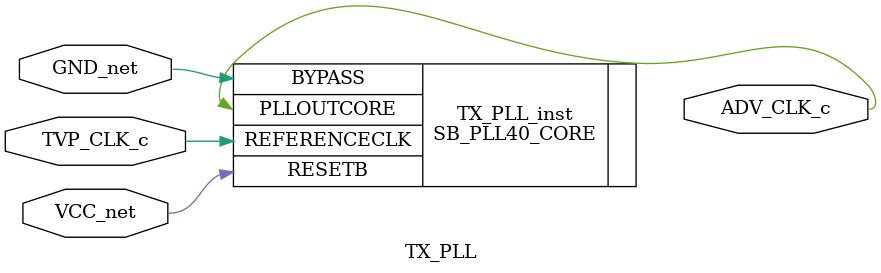
<source format=v>

module main (DEBUG, TVP_CLK, TVP_HSYNC, TVP_VSYNC, LED, ADV_HSYNC, 
            ADV_VSYNC, ADV_R, ADV_G, ADV_B, ADV_CLK, ADV_SYNC_N, 
            ADV_BLANK_N) /* synthesis syn_module_defined=1 */ ;   // ../main.v(1[8:12])
    input [7:0]DEBUG;   // ../main.v(2[19:24])
    input TVP_CLK;   // ../main.v(3[13:20])
    input TVP_HSYNC;   // ../main.v(4[13:22])
    input TVP_VSYNC;   // ../main.v(5[13:22])
    output LED;   // ../main.v(6[14:17])
    output ADV_HSYNC;   // ../main.v(7[14:23])
    output ADV_VSYNC;   // ../main.v(8[14:23])
    output [7:0]ADV_R;   // ../main.v(9[20:25])
    output [7:0]ADV_G;   // ../main.v(10[20:25])
    output [7:0]ADV_B;   // ../main.v(11[20:25])
    output ADV_CLK;   // ../main.v(12[14:21])
    output ADV_SYNC_N;   // ../main.v(13[14:24])
    output ADV_BLANK_N;   // ../main.v(14[14:25])
    
    wire ADV_CLK_c /* synthesis SET_AS_NETWORK=ADV_CLK_c, is_clock=1 */ ;   // ../main.v(2[19:24])
    wire TVP_CLK_c /* synthesis SET_AS_NETWORK=TVP_CLK_c, is_clock=1 */ ;   // ../main.v(3[13:20])
    
    wire GND_net, VCC_net, DEBUG_c_7, TVP_VSYNC_c, LED_c, ADV_VSYNC_c, 
        ADV_R_c_7, ADV_R_c_6, ADV_R_c_5, ADV_R_c_4, ADV_R_c_3, ADV_R_c_2, 
        ADV_R_c_1, ADV_R_c_0, ADV_G_c_7, ADV_G_c_6, ADV_G_c_5, ADV_G_c_4, 
        ADV_G_c_3, ADV_G_c_2, ADV_G_c_1, ADV_G_c_0, ADV_B_c_7, ADV_B_c_6, 
        ADV_B_c_5, ADV_B_c_4, ADV_B_c_3, ADV_B_c_2, ADV_B_c_1, ADV_B_c_0, 
        VGA_HS_N_270;
    
    VCC i2 (.Y(VCC_net));
    RX receive_module (.GND_net(GND_net), .VCC_net(VCC_net), .TVP_CLK_c(TVP_CLK_c), 
       .TVP_VSYNC_c(TVP_VSYNC_c), .DEBUG_c_7(DEBUG_c_7), .LED_c(LED_c)) /* synthesis syn_module_defined=1 */ ;   // ../main.v(31[5] 41[25])
    TX transmit_module (.ADV_CLK_c(ADV_CLK_c), .ADV_B_c_7(ADV_B_c_7), .GND_net(GND_net), 
       .ADV_B_c_6(ADV_B_c_6), .ADV_B_c_5(ADV_B_c_5), .ADV_B_c_4(ADV_B_c_4), 
       .VGA_HS_N_270(VGA_HS_N_270), .ADV_B_c_3(ADV_B_c_3), .ADV_B_c_2(ADV_B_c_2), 
       .VCC_net(VCC_net), .ADV_B_c_1(ADV_B_c_1), .ADV_B_c_0(ADV_B_c_0), 
       .ADV_G_c_2(ADV_G_c_2), .ADV_VSYNC_c(ADV_VSYNC_c), .ADV_R_c_7(ADV_R_c_7), 
       .ADV_R_c_6(ADV_R_c_6), .ADV_R_c_5(ADV_R_c_5), .ADV_G_c_1(ADV_G_c_1), 
       .ADV_R_c_4(ADV_R_c_4), .ADV_R_c_3(ADV_R_c_3), .ADV_R_c_2(ADV_R_c_2), 
       .ADV_R_c_1(ADV_R_c_1), .ADV_R_c_0(ADV_R_c_0), .ADV_G_c_7(ADV_G_c_7), 
       .ADV_G_c_6(ADV_G_c_6), .ADV_G_c_5(ADV_G_c_5), .ADV_G_c_4(ADV_G_c_4), 
       .ADV_G_c_3(ADV_G_c_3), .ADV_G_c_0(ADV_G_c_0)) /* synthesis syn_module_defined=1 */ ;   // ../main.v(45[5] 56[24])
    SB_IO TVP_VSYNC_pad (.PACKAGE_PIN(TVP_VSYNC), .OUTPUT_ENABLE(VCC_net), 
          .D_IN_0(TVP_VSYNC_c));   // C:/lscc/iCEcube2.2017.08/LSE/userware/NT/SYNTHESIS_HEADERS/sb_ice40.v(502[8:13])
    defparam TVP_VSYNC_pad.PIN_TYPE = 6'b000001;
    defparam TVP_VSYNC_pad.PULLUP = 1'b0;
    defparam TVP_VSYNC_pad.NEG_TRIGGER = 1'b0;
    defparam TVP_VSYNC_pad.IO_STANDARD = "SB_LVCMOS";
    SB_GB_IO TVP_CLK_pad (.PACKAGE_PIN(TVP_CLK), .OUTPUT_ENABLE(VCC_net), 
            .GLOBAL_BUFFER_OUTPUT(TVP_CLK_c));   // ../main.v(3[13:20])
    defparam TVP_CLK_pad.PIN_TYPE = 6'b000001;
    defparam TVP_CLK_pad.PULLUP = 1'b0;
    defparam TVP_CLK_pad.NEG_TRIGGER = 1'b0;
    defparam TVP_CLK_pad.IO_STANDARD = "SB_LVCMOS";
    SB_IO DEBUG_pad_7 (.PACKAGE_PIN(DEBUG[7]), .OUTPUT_ENABLE(VCC_net), 
          .D_IN_0(DEBUG_c_7));   // C:/lscc/iCEcube2.2017.08/LSE/userware/NT/SYNTHESIS_HEADERS/sb_ice40.v(502[8:13])
    defparam DEBUG_pad_7.PIN_TYPE = 6'b000001;
    defparam DEBUG_pad_7.PULLUP = 1'b0;
    defparam DEBUG_pad_7.NEG_TRIGGER = 1'b0;
    defparam DEBUG_pad_7.IO_STANDARD = "SB_LVCMOS";
    SB_IO ADV_BLANK_N_pad (.PACKAGE_PIN(ADV_BLANK_N), .OUTPUT_ENABLE(VCC_net), 
          .D_OUT_0(VCC_net));   // C:/lscc/iCEcube2.2017.08/LSE/userware/NT/SYNTHESIS_HEADERS/sb_ice40.v(502[8:13])
    defparam ADV_BLANK_N_pad.PIN_TYPE = 6'b011001;
    defparam ADV_BLANK_N_pad.PULLUP = 1'b0;
    defparam ADV_BLANK_N_pad.NEG_TRIGGER = 1'b0;
    defparam ADV_BLANK_N_pad.IO_STANDARD = "SB_LVCMOS";
    SB_IO ADV_SYNC_N_pad (.PACKAGE_PIN(ADV_SYNC_N), .OUTPUT_ENABLE(VCC_net), 
          .D_OUT_0(GND_net));   // C:/lscc/iCEcube2.2017.08/LSE/userware/NT/SYNTHESIS_HEADERS/sb_ice40.v(502[8:13])
    defparam ADV_SYNC_N_pad.PIN_TYPE = 6'b011001;
    defparam ADV_SYNC_N_pad.PULLUP = 1'b0;
    defparam ADV_SYNC_N_pad.NEG_TRIGGER = 1'b0;
    defparam ADV_SYNC_N_pad.IO_STANDARD = "SB_LVCMOS";
    SB_IO ADV_CLK_pad (.PACKAGE_PIN(ADV_CLK), .OUTPUT_ENABLE(VCC_net), .D_OUT_0(ADV_CLK_c));   // C:/lscc/iCEcube2.2017.08/LSE/userware/NT/SYNTHESIS_HEADERS/sb_ice40.v(502[8:13])
    defparam ADV_CLK_pad.PIN_TYPE = 6'b011001;
    defparam ADV_CLK_pad.PULLUP = 1'b0;
    defparam ADV_CLK_pad.NEG_TRIGGER = 1'b0;
    defparam ADV_CLK_pad.IO_STANDARD = "SB_LVCMOS";
    SB_IO ADV_B_pad_0 (.PACKAGE_PIN(ADV_B[0]), .OUTPUT_ENABLE(VCC_net), 
          .D_OUT_0(ADV_B_c_0));   // C:/lscc/iCEcube2.2017.08/LSE/userware/NT/SYNTHESIS_HEADERS/sb_ice40.v(502[8:13])
    defparam ADV_B_pad_0.PIN_TYPE = 6'b011001;
    defparam ADV_B_pad_0.PULLUP = 1'b0;
    defparam ADV_B_pad_0.NEG_TRIGGER = 1'b0;
    defparam ADV_B_pad_0.IO_STANDARD = "SB_LVCMOS";
    SB_IO ADV_B_pad_1 (.PACKAGE_PIN(ADV_B[1]), .OUTPUT_ENABLE(VCC_net), 
          .D_OUT_0(ADV_B_c_1));   // C:/lscc/iCEcube2.2017.08/LSE/userware/NT/SYNTHESIS_HEADERS/sb_ice40.v(502[8:13])
    defparam ADV_B_pad_1.PIN_TYPE = 6'b011001;
    defparam ADV_B_pad_1.PULLUP = 1'b0;
    defparam ADV_B_pad_1.NEG_TRIGGER = 1'b0;
    defparam ADV_B_pad_1.IO_STANDARD = "SB_LVCMOS";
    SB_IO DEBUG_pad_5 (.PACKAGE_PIN(DEBUG[5]), .OUTPUT_ENABLE(GND_net), 
          .D_OUT_0(GND_net));   // C:/lscc/iCEcube2.2017.08/LSE/userware/NT/SYNTHESIS_HEADERS/sb_ice40.v(502[8:13])
    defparam DEBUG_pad_5.PIN_TYPE = 6'b101001;
    defparam DEBUG_pad_5.PULLUP = 1'b0;
    defparam DEBUG_pad_5.NEG_TRIGGER = 1'b0;
    defparam DEBUG_pad_5.IO_STANDARD = "SB_LVCMOS";
    SB_IO DEBUG_pad_6 (.PACKAGE_PIN(DEBUG[6]), .OUTPUT_ENABLE(VCC_net), 
          .D_OUT_0(ADV_CLK_c));   // C:/lscc/iCEcube2.2017.08/LSE/userware/NT/SYNTHESIS_HEADERS/sb_ice40.v(502[8:13])
    defparam DEBUG_pad_6.PIN_TYPE = 6'b011001;
    defparam DEBUG_pad_6.PULLUP = 1'b0;
    defparam DEBUG_pad_6.NEG_TRIGGER = 1'b0;
    defparam DEBUG_pad_6.IO_STANDARD = "SB_LVCMOS";
    SB_IO DEBUG_pad_4 (.PACKAGE_PIN(DEBUG[4]), .OUTPUT_ENABLE(GND_net), 
          .D_OUT_0(GND_net));   // C:/lscc/iCEcube2.2017.08/LSE/userware/NT/SYNTHESIS_HEADERS/sb_ice40.v(502[8:13])
    defparam DEBUG_pad_4.PIN_TYPE = 6'b101001;
    defparam DEBUG_pad_4.PULLUP = 1'b0;
    defparam DEBUG_pad_4.NEG_TRIGGER = 1'b0;
    defparam DEBUG_pad_4.IO_STANDARD = "SB_LVCMOS";
    SB_IO ADV_B_pad_2 (.PACKAGE_PIN(ADV_B[2]), .OUTPUT_ENABLE(VCC_net), 
          .D_OUT_0(ADV_B_c_2));   // C:/lscc/iCEcube2.2017.08/LSE/userware/NT/SYNTHESIS_HEADERS/sb_ice40.v(502[8:13])
    defparam ADV_B_pad_2.PIN_TYPE = 6'b011001;
    defparam ADV_B_pad_2.PULLUP = 1'b0;
    defparam ADV_B_pad_2.NEG_TRIGGER = 1'b0;
    defparam ADV_B_pad_2.IO_STANDARD = "SB_LVCMOS";
    SB_IO ADV_B_pad_3 (.PACKAGE_PIN(ADV_B[3]), .OUTPUT_ENABLE(VCC_net), 
          .D_OUT_0(ADV_B_c_3));   // C:/lscc/iCEcube2.2017.08/LSE/userware/NT/SYNTHESIS_HEADERS/sb_ice40.v(502[8:13])
    defparam ADV_B_pad_3.PIN_TYPE = 6'b011001;
    defparam ADV_B_pad_3.PULLUP = 1'b0;
    defparam ADV_B_pad_3.NEG_TRIGGER = 1'b0;
    defparam ADV_B_pad_3.IO_STANDARD = "SB_LVCMOS";
    SB_IO ADV_B_pad_4 (.PACKAGE_PIN(ADV_B[4]), .OUTPUT_ENABLE(VCC_net), 
          .D_OUT_0(ADV_B_c_4));   // C:/lscc/iCEcube2.2017.08/LSE/userware/NT/SYNTHESIS_HEADERS/sb_ice40.v(502[8:13])
    defparam ADV_B_pad_4.PIN_TYPE = 6'b011001;
    defparam ADV_B_pad_4.PULLUP = 1'b0;
    defparam ADV_B_pad_4.NEG_TRIGGER = 1'b0;
    defparam ADV_B_pad_4.IO_STANDARD = "SB_LVCMOS";
    SB_IO ADV_B_pad_5 (.PACKAGE_PIN(ADV_B[5]), .OUTPUT_ENABLE(VCC_net), 
          .D_OUT_0(ADV_B_c_5));   // C:/lscc/iCEcube2.2017.08/LSE/userware/NT/SYNTHESIS_HEADERS/sb_ice40.v(502[8:13])
    defparam ADV_B_pad_5.PIN_TYPE = 6'b011001;
    defparam ADV_B_pad_5.PULLUP = 1'b0;
    defparam ADV_B_pad_5.NEG_TRIGGER = 1'b0;
    defparam ADV_B_pad_5.IO_STANDARD = "SB_LVCMOS";
    SB_IO ADV_B_pad_6 (.PACKAGE_PIN(ADV_B[6]), .OUTPUT_ENABLE(VCC_net), 
          .D_OUT_0(ADV_B_c_6));   // C:/lscc/iCEcube2.2017.08/LSE/userware/NT/SYNTHESIS_HEADERS/sb_ice40.v(502[8:13])
    defparam ADV_B_pad_6.PIN_TYPE = 6'b011001;
    defparam ADV_B_pad_6.PULLUP = 1'b0;
    defparam ADV_B_pad_6.NEG_TRIGGER = 1'b0;
    defparam ADV_B_pad_6.IO_STANDARD = "SB_LVCMOS";
    SB_IO ADV_B_pad_7 (.PACKAGE_PIN(ADV_B[7]), .OUTPUT_ENABLE(VCC_net), 
          .D_OUT_0(ADV_B_c_7));   // C:/lscc/iCEcube2.2017.08/LSE/userware/NT/SYNTHESIS_HEADERS/sb_ice40.v(502[8:13])
    defparam ADV_B_pad_7.PIN_TYPE = 6'b011001;
    defparam ADV_B_pad_7.PULLUP = 1'b0;
    defparam ADV_B_pad_7.NEG_TRIGGER = 1'b0;
    defparam ADV_B_pad_7.IO_STANDARD = "SB_LVCMOS";
    SB_IO ADV_G_pad_0 (.PACKAGE_PIN(ADV_G[0]), .OUTPUT_ENABLE(VCC_net), 
          .D_OUT_0(ADV_G_c_0));   // C:/lscc/iCEcube2.2017.08/LSE/userware/NT/SYNTHESIS_HEADERS/sb_ice40.v(502[8:13])
    defparam ADV_G_pad_0.PIN_TYPE = 6'b011001;
    defparam ADV_G_pad_0.PULLUP = 1'b0;
    defparam ADV_G_pad_0.NEG_TRIGGER = 1'b0;
    defparam ADV_G_pad_0.IO_STANDARD = "SB_LVCMOS";
    SB_IO ADV_G_pad_1 (.PACKAGE_PIN(ADV_G[1]), .OUTPUT_ENABLE(VCC_net), 
          .D_OUT_0(ADV_G_c_1));   // C:/lscc/iCEcube2.2017.08/LSE/userware/NT/SYNTHESIS_HEADERS/sb_ice40.v(502[8:13])
    defparam ADV_G_pad_1.PIN_TYPE = 6'b011001;
    defparam ADV_G_pad_1.PULLUP = 1'b0;
    defparam ADV_G_pad_1.NEG_TRIGGER = 1'b0;
    defparam ADV_G_pad_1.IO_STANDARD = "SB_LVCMOS";
    SB_IO ADV_G_pad_2 (.PACKAGE_PIN(ADV_G[2]), .OUTPUT_ENABLE(VCC_net), 
          .D_OUT_0(ADV_G_c_2));   // C:/lscc/iCEcube2.2017.08/LSE/userware/NT/SYNTHESIS_HEADERS/sb_ice40.v(502[8:13])
    defparam ADV_G_pad_2.PIN_TYPE = 6'b011001;
    defparam ADV_G_pad_2.PULLUP = 1'b0;
    defparam ADV_G_pad_2.NEG_TRIGGER = 1'b0;
    defparam ADV_G_pad_2.IO_STANDARD = "SB_LVCMOS";
    SB_IO ADV_G_pad_3 (.PACKAGE_PIN(ADV_G[3]), .OUTPUT_ENABLE(VCC_net), 
          .D_OUT_0(ADV_G_c_3));   // C:/lscc/iCEcube2.2017.08/LSE/userware/NT/SYNTHESIS_HEADERS/sb_ice40.v(502[8:13])
    defparam ADV_G_pad_3.PIN_TYPE = 6'b011001;
    defparam ADV_G_pad_3.PULLUP = 1'b0;
    defparam ADV_G_pad_3.NEG_TRIGGER = 1'b0;
    defparam ADV_G_pad_3.IO_STANDARD = "SB_LVCMOS";
    SB_IO ADV_G_pad_4 (.PACKAGE_PIN(ADV_G[4]), .OUTPUT_ENABLE(VCC_net), 
          .D_OUT_0(ADV_G_c_4));   // C:/lscc/iCEcube2.2017.08/LSE/userware/NT/SYNTHESIS_HEADERS/sb_ice40.v(502[8:13])
    defparam ADV_G_pad_4.PIN_TYPE = 6'b011001;
    defparam ADV_G_pad_4.PULLUP = 1'b0;
    defparam ADV_G_pad_4.NEG_TRIGGER = 1'b0;
    defparam ADV_G_pad_4.IO_STANDARD = "SB_LVCMOS";
    SB_IO ADV_G_pad_5 (.PACKAGE_PIN(ADV_G[5]), .OUTPUT_ENABLE(VCC_net), 
          .D_OUT_0(ADV_G_c_5));   // C:/lscc/iCEcube2.2017.08/LSE/userware/NT/SYNTHESIS_HEADERS/sb_ice40.v(502[8:13])
    defparam ADV_G_pad_5.PIN_TYPE = 6'b011001;
    defparam ADV_G_pad_5.PULLUP = 1'b0;
    defparam ADV_G_pad_5.NEG_TRIGGER = 1'b0;
    defparam ADV_G_pad_5.IO_STANDARD = "SB_LVCMOS";
    SB_IO ADV_G_pad_6 (.PACKAGE_PIN(ADV_G[6]), .OUTPUT_ENABLE(VCC_net), 
          .D_OUT_0(ADV_G_c_6));   // C:/lscc/iCEcube2.2017.08/LSE/userware/NT/SYNTHESIS_HEADERS/sb_ice40.v(502[8:13])
    defparam ADV_G_pad_6.PIN_TYPE = 6'b011001;
    defparam ADV_G_pad_6.PULLUP = 1'b0;
    defparam ADV_G_pad_6.NEG_TRIGGER = 1'b0;
    defparam ADV_G_pad_6.IO_STANDARD = "SB_LVCMOS";
    SB_IO ADV_G_pad_7 (.PACKAGE_PIN(ADV_G[7]), .OUTPUT_ENABLE(VCC_net), 
          .D_OUT_0(ADV_G_c_7));   // C:/lscc/iCEcube2.2017.08/LSE/userware/NT/SYNTHESIS_HEADERS/sb_ice40.v(502[8:13])
    defparam ADV_G_pad_7.PIN_TYPE = 6'b011001;
    defparam ADV_G_pad_7.PULLUP = 1'b0;
    defparam ADV_G_pad_7.NEG_TRIGGER = 1'b0;
    defparam ADV_G_pad_7.IO_STANDARD = "SB_LVCMOS";
    SB_IO ADV_R_pad_0 (.PACKAGE_PIN(ADV_R[0]), .OUTPUT_ENABLE(VCC_net), 
          .D_OUT_0(ADV_R_c_0));   // C:/lscc/iCEcube2.2017.08/LSE/userware/NT/SYNTHESIS_HEADERS/sb_ice40.v(502[8:13])
    defparam ADV_R_pad_0.PIN_TYPE = 6'b011001;
    defparam ADV_R_pad_0.PULLUP = 1'b0;
    defparam ADV_R_pad_0.NEG_TRIGGER = 1'b0;
    defparam ADV_R_pad_0.IO_STANDARD = "SB_LVCMOS";
    SB_IO ADV_R_pad_1 (.PACKAGE_PIN(ADV_R[1]), .OUTPUT_ENABLE(VCC_net), 
          .D_OUT_0(ADV_R_c_1));   // C:/lscc/iCEcube2.2017.08/LSE/userware/NT/SYNTHESIS_HEADERS/sb_ice40.v(502[8:13])
    defparam ADV_R_pad_1.PIN_TYPE = 6'b011001;
    defparam ADV_R_pad_1.PULLUP = 1'b0;
    defparam ADV_R_pad_1.NEG_TRIGGER = 1'b0;
    defparam ADV_R_pad_1.IO_STANDARD = "SB_LVCMOS";
    SB_IO ADV_R_pad_2 (.PACKAGE_PIN(ADV_R[2]), .OUTPUT_ENABLE(VCC_net), 
          .D_OUT_0(ADV_R_c_2));   // C:/lscc/iCEcube2.2017.08/LSE/userware/NT/SYNTHESIS_HEADERS/sb_ice40.v(502[8:13])
    defparam ADV_R_pad_2.PIN_TYPE = 6'b011001;
    defparam ADV_R_pad_2.PULLUP = 1'b0;
    defparam ADV_R_pad_2.NEG_TRIGGER = 1'b0;
    defparam ADV_R_pad_2.IO_STANDARD = "SB_LVCMOS";
    SB_IO ADV_R_pad_3 (.PACKAGE_PIN(ADV_R[3]), .OUTPUT_ENABLE(VCC_net), 
          .D_OUT_0(ADV_R_c_3));   // C:/lscc/iCEcube2.2017.08/LSE/userware/NT/SYNTHESIS_HEADERS/sb_ice40.v(502[8:13])
    defparam ADV_R_pad_3.PIN_TYPE = 6'b011001;
    defparam ADV_R_pad_3.PULLUP = 1'b0;
    defparam ADV_R_pad_3.NEG_TRIGGER = 1'b0;
    defparam ADV_R_pad_3.IO_STANDARD = "SB_LVCMOS";
    SB_IO ADV_R_pad_4 (.PACKAGE_PIN(ADV_R[4]), .OUTPUT_ENABLE(VCC_net), 
          .D_OUT_0(ADV_R_c_4));   // C:/lscc/iCEcube2.2017.08/LSE/userware/NT/SYNTHESIS_HEADERS/sb_ice40.v(502[8:13])
    defparam ADV_R_pad_4.PIN_TYPE = 6'b011001;
    defparam ADV_R_pad_4.PULLUP = 1'b0;
    defparam ADV_R_pad_4.NEG_TRIGGER = 1'b0;
    defparam ADV_R_pad_4.IO_STANDARD = "SB_LVCMOS";
    SB_IO ADV_R_pad_5 (.PACKAGE_PIN(ADV_R[5]), .OUTPUT_ENABLE(VCC_net), 
          .D_OUT_0(ADV_R_c_5));   // C:/lscc/iCEcube2.2017.08/LSE/userware/NT/SYNTHESIS_HEADERS/sb_ice40.v(502[8:13])
    defparam ADV_R_pad_5.PIN_TYPE = 6'b011001;
    defparam ADV_R_pad_5.PULLUP = 1'b0;
    defparam ADV_R_pad_5.NEG_TRIGGER = 1'b0;
    defparam ADV_R_pad_5.IO_STANDARD = "SB_LVCMOS";
    SB_IO ADV_R_pad_6 (.PACKAGE_PIN(ADV_R[6]), .OUTPUT_ENABLE(VCC_net), 
          .D_OUT_0(ADV_R_c_6));   // C:/lscc/iCEcube2.2017.08/LSE/userware/NT/SYNTHESIS_HEADERS/sb_ice40.v(502[8:13])
    defparam ADV_R_pad_6.PIN_TYPE = 6'b011001;
    defparam ADV_R_pad_6.PULLUP = 1'b0;
    defparam ADV_R_pad_6.NEG_TRIGGER = 1'b0;
    defparam ADV_R_pad_6.IO_STANDARD = "SB_LVCMOS";
    SB_IO ADV_R_pad_7 (.PACKAGE_PIN(ADV_R[7]), .OUTPUT_ENABLE(VCC_net), 
          .D_OUT_0(ADV_R_c_7));   // C:/lscc/iCEcube2.2017.08/LSE/userware/NT/SYNTHESIS_HEADERS/sb_ice40.v(502[8:13])
    defparam ADV_R_pad_7.PIN_TYPE = 6'b011001;
    defparam ADV_R_pad_7.PULLUP = 1'b0;
    defparam ADV_R_pad_7.NEG_TRIGGER = 1'b0;
    defparam ADV_R_pad_7.IO_STANDARD = "SB_LVCMOS";
    SB_IO ADV_VSYNC_pad (.PACKAGE_PIN(ADV_VSYNC), .OUTPUT_ENABLE(VCC_net), 
          .D_OUT_0(ADV_VSYNC_c));   // C:/lscc/iCEcube2.2017.08/LSE/userware/NT/SYNTHESIS_HEADERS/sb_ice40.v(502[8:13])
    defparam ADV_VSYNC_pad.PIN_TYPE = 6'b011001;
    defparam ADV_VSYNC_pad.PULLUP = 1'b0;
    defparam ADV_VSYNC_pad.NEG_TRIGGER = 1'b0;
    defparam ADV_VSYNC_pad.IO_STANDARD = "SB_LVCMOS";
    SB_IO ADV_HSYNC_pad (.PACKAGE_PIN(ADV_HSYNC), .OUTPUT_ENABLE(VCC_net), 
          .D_OUT_0(VGA_HS_N_270));   // C:/lscc/iCEcube2.2017.08/LSE/userware/NT/SYNTHESIS_HEADERS/sb_ice40.v(502[8:13])
    defparam ADV_HSYNC_pad.PIN_TYPE = 6'b011001;
    defparam ADV_HSYNC_pad.PULLUP = 1'b0;
    defparam ADV_HSYNC_pad.NEG_TRIGGER = 1'b0;
    defparam ADV_HSYNC_pad.IO_STANDARD = "SB_LVCMOS";
    SB_IO LED_pad (.PACKAGE_PIN(LED), .OUTPUT_ENABLE(VCC_net), .D_OUT_0(LED_c));   // C:/lscc/iCEcube2.2017.08/LSE/userware/NT/SYNTHESIS_HEADERS/sb_ice40.v(502[8:13])
    defparam LED_pad.PIN_TYPE = 6'b011001;
    defparam LED_pad.PULLUP = 1'b0;
    defparam LED_pad.NEG_TRIGGER = 1'b0;
    defparam LED_pad.IO_STANDARD = "SB_LVCMOS";
    SB_IO DEBUG_pad_0 (.PACKAGE_PIN(DEBUG[0]), .OUTPUT_ENABLE(GND_net), 
          .D_OUT_0(GND_net));   // C:/lscc/iCEcube2.2017.08/LSE/userware/NT/SYNTHESIS_HEADERS/sb_ice40.v(502[8:13])
    defparam DEBUG_pad_0.PIN_TYPE = 6'b101001;
    defparam DEBUG_pad_0.PULLUP = 1'b0;
    defparam DEBUG_pad_0.NEG_TRIGGER = 1'b0;
    defparam DEBUG_pad_0.IO_STANDARD = "SB_LVCMOS";
    SB_IO DEBUG_pad_1 (.PACKAGE_PIN(DEBUG[1]), .OUTPUT_ENABLE(GND_net), 
          .D_OUT_0(GND_net));   // C:/lscc/iCEcube2.2017.08/LSE/userware/NT/SYNTHESIS_HEADERS/sb_ice40.v(502[8:13])
    defparam DEBUG_pad_1.PIN_TYPE = 6'b101001;
    defparam DEBUG_pad_1.PULLUP = 1'b0;
    defparam DEBUG_pad_1.NEG_TRIGGER = 1'b0;
    defparam DEBUG_pad_1.IO_STANDARD = "SB_LVCMOS";
    SB_IO DEBUG_pad_2 (.PACKAGE_PIN(DEBUG[2]), .OUTPUT_ENABLE(GND_net), 
          .D_OUT_0(GND_net));   // C:/lscc/iCEcube2.2017.08/LSE/userware/NT/SYNTHESIS_HEADERS/sb_ice40.v(502[8:13])
    defparam DEBUG_pad_2.PIN_TYPE = 6'b101001;
    defparam DEBUG_pad_2.PULLUP = 1'b0;
    defparam DEBUG_pad_2.NEG_TRIGGER = 1'b0;
    defparam DEBUG_pad_2.IO_STANDARD = "SB_LVCMOS";
    SB_IO DEBUG_pad_3 (.PACKAGE_PIN(DEBUG[3]), .OUTPUT_ENABLE(GND_net), 
          .D_OUT_0(GND_net));   // C:/lscc/iCEcube2.2017.08/LSE/userware/NT/SYNTHESIS_HEADERS/sb_ice40.v(502[8:13])
    defparam DEBUG_pad_3.PIN_TYPE = 6'b101001;
    defparam DEBUG_pad_3.PULLUP = 1'b0;
    defparam DEBUG_pad_3.NEG_TRIGGER = 1'b0;
    defparam DEBUG_pad_3.IO_STANDARD = "SB_LVCMOS";
    GND i1 (.Y(GND_net));
    TX_PLL tx_pll (.TVP_CLK_c(TVP_CLK_c), .VCC_net(VCC_net), .GND_net(GND_net), 
           .ADV_CLK_c(ADV_CLK_c)) /* synthesis syn_module_defined=1 */ ;   // ../main.v(19[9] 23[25])
    
endmodule
//
// Verilog Description of module RX
//

module RX (GND_net, VCC_net, TVP_CLK_c, TVP_VSYNC_c, DEBUG_c_7, LED_c) /* synthesis syn_module_defined=1 */ ;
    input GND_net;
    input VCC_net;
    input TVP_CLK_c;
    input TVP_VSYNC_c;
    input DEBUG_c_7;
    output LED_c;
    
    wire TVP_CLK_c /* synthesis SET_AS_NETWORK=TVP_CLK_c, is_clock=1 */ ;   // ../main.v(3[13:20])
    
    O_COUNTER rx_counter (.GND_net(GND_net), .VCC_net(VCC_net), .TVP_CLK_c(TVP_CLK_c), 
            .TVP_VSYNC_c(TVP_VSYNC_c), .DEBUG_c_7(DEBUG_c_7), .LED_c(LED_c)) /* synthesis syn_module_defined=1 */ ;   // ../rx.v(40[15] 48[41])
    
endmodule
//
// Verilog Description of module O_COUNTER
//

module O_COUNTER (GND_net, VCC_net, TVP_CLK_c, TVP_VSYNC_c, DEBUG_c_7, 
            LED_c) /* synthesis syn_module_defined=1 */ ;
    input GND_net;
    input VCC_net;
    input TVP_CLK_c;
    input TVP_VSYNC_c;
    input DEBUG_c_7;
    output LED_c;
    
    wire TVP_CLK_c /* synthesis SET_AS_NETWORK=TVP_CLK_c, is_clock=1 */ ;   // ../main.v(3[13:20])
    wire [5:0]n29;
    wire [5:0]FRAME_COUNTER;   // ../o_counter.v(52[19:32])
    
    wire n859, n1017, n599, n848, PULSE_1HZ, PULSE_1HZ_N_61, n8, 
        n9, n863, old_VS, n861, n862, n860;
    
    SB_LUT4 FRAME_COUNTER_74_add_4_2_lut (.I0(GND_net), .I1(GND_net), .I2(FRAME_COUNTER[0]), 
            .I3(VCC_net), .O(n29[0])) /* synthesis syn_instantiated=1 */ ;
    defparam FRAME_COUNTER_74_add_4_2_lut.LUT_INIT = 16'hC33C;
    SB_CARRY FRAME_COUNTER_74_add_4_2 (.CI(VCC_net), .I0(GND_net), .I1(FRAME_COUNTER[0]), 
            .CO(n859));
    SB_DFFESR FRAME_COUNTER_74__i1 (.Q(FRAME_COUNTER[1]), .C(TVP_CLK_c), 
            .E(n1017), .D(n29[1]), .R(n599));   // ../o_counter.v(78[46:63])
    SB_LUT4 i5_2_lut (.I0(n848), .I1(PULSE_1HZ), .I2(GND_net), .I3(GND_net), 
            .O(PULSE_1HZ_N_61));   // ../main.v(29[7:16])
    defparam i5_2_lut.LUT_INIT = 16'h6666;
    SB_DFFESR FRAME_COUNTER_74__i2 (.Q(FRAME_COUNTER[2]), .C(TVP_CLK_c), 
            .E(n1017), .D(n29[2]), .R(n599));   // ../o_counter.v(78[46:63])
    SB_DFFESR FRAME_COUNTER_74__i3 (.Q(FRAME_COUNTER[3]), .C(TVP_CLK_c), 
            .E(n1017), .D(n29[3]), .R(n599));   // ../o_counter.v(78[46:63])
    SB_LUT4 i2_2_lut (.I0(FRAME_COUNTER[2]), .I1(FRAME_COUNTER[3]), .I2(GND_net), 
            .I3(GND_net), .O(n8));   // ../o_counter.v(78[46:63])
    defparam i2_2_lut.LUT_INIT = 16'h4444;
    SB_LUT4 i3_2_lut (.I0(FRAME_COUNTER[4]), .I1(FRAME_COUNTER[1]), .I2(GND_net), 
            .I3(GND_net), .O(n9));   // ../o_counter.v(78[46:63])
    defparam i3_2_lut.LUT_INIT = 16'h8888;
    SB_DFFE PULSE_1HZ_46 (.Q(PULSE_1HZ), .C(TVP_CLK_c), .E(n1017), .D(PULSE_1HZ_N_61));   // ../o_counter.v(58[16] 86[12])
    SB_DFFESR FRAME_COUNTER_74__i4 (.Q(FRAME_COUNTER[4]), .C(TVP_CLK_c), 
            .E(n1017), .D(n29[4]), .R(n599));   // ../o_counter.v(78[46:63])
    SB_LUT4 i5_4_lut (.I0(n9), .I1(FRAME_COUNTER[0]), .I2(n8), .I3(FRAME_COUNTER[5]), 
            .O(n848));   // ../o_counter.v(78[46:63])
    defparam i5_4_lut.LUT_INIT = 16'h8000;
    SB_LUT4 FRAME_COUNTER_74_add_4_7_lut (.I0(GND_net), .I1(GND_net), .I2(FRAME_COUNTER[5]), 
            .I3(n863), .O(n29[5])) /* synthesis syn_instantiated=1 */ ;
    defparam FRAME_COUNTER_74_add_4_7_lut.LUT_INIT = 16'hC33C;
    SB_DFFESR FRAME_COUNTER_74__i5 (.Q(FRAME_COUNTER[5]), .C(TVP_CLK_c), 
            .E(n1017), .D(n29[5]), .R(n599));   // ../o_counter.v(78[46:63])
    SB_DFF old_VS_49 (.Q(old_VS), .C(TVP_CLK_c), .D(TVP_VSYNC_c));   // ../o_counter.v(58[16] 86[12])
    SB_CARRY FRAME_COUNTER_74_add_4_5 (.CI(n861), .I0(GND_net), .I1(FRAME_COUNTER[3]), 
            .CO(n862));
    SB_DFFESR FRAME_COUNTER_74__i0 (.Q(FRAME_COUNTER[0]), .C(TVP_CLK_c), 
            .E(n1017), .D(n29[0]), .R(n599));   // ../o_counter.v(78[46:63])
    SB_LUT4 FRAME_COUNTER_74_add_4_4_lut (.I0(GND_net), .I1(GND_net), .I2(FRAME_COUNTER[2]), 
            .I3(n860), .O(n29[2])) /* synthesis syn_instantiated=1 */ ;
    defparam FRAME_COUNTER_74_add_4_4_lut.LUT_INIT = 16'hC33C;
    SB_CARRY FRAME_COUNTER_74_add_4_4 (.CI(n860), .I0(GND_net), .I1(FRAME_COUNTER[2]), 
            .CO(n861));
    SB_LUT4 FRAME_COUNTER_74_add_4_3_lut (.I0(GND_net), .I1(GND_net), .I2(FRAME_COUNTER[1]), 
            .I3(n859), .O(n29[1])) /* synthesis syn_instantiated=1 */ ;
    defparam FRAME_COUNTER_74_add_4_3_lut.LUT_INIT = 16'hC33C;
    SB_CARRY FRAME_COUNTER_74_add_4_3 (.CI(n859), .I0(GND_net), .I1(FRAME_COUNTER[1]), 
            .CO(n860));
    SB_LUT4 FRAME_COUNTER_74_add_4_6_lut (.I0(GND_net), .I1(GND_net), .I2(FRAME_COUNTER[4]), 
            .I3(n862), .O(n29[4])) /* synthesis syn_instantiated=1 */ ;
    defparam FRAME_COUNTER_74_add_4_6_lut.LUT_INIT = 16'hC33C;
    SB_CARRY FRAME_COUNTER_74_add_4_6 (.CI(n862), .I0(GND_net), .I1(FRAME_COUNTER[4]), 
            .CO(n863));
    SB_LUT4 FRAME_COUNTER_74_add_4_5_lut (.I0(GND_net), .I1(GND_net), .I2(FRAME_COUNTER[3]), 
            .I3(n861), .O(n29[3])) /* synthesis syn_instantiated=1 */ ;
    defparam FRAME_COUNTER_74_add_4_5_lut.LUT_INIT = 16'hC33C;
    SB_LUT4 i1_2_lut (.I0(PULSE_1HZ), .I1(DEBUG_c_7), .I2(GND_net), .I3(GND_net), 
            .O(LED_c));   // ../o_counter.v(58[16] 86[12])
    defparam i1_2_lut.LUT_INIT = 16'h8888;
    SB_LUT4 i2_2_lut_3_lut (.I0(old_VS), .I1(TVP_VSYNC_c), .I2(n848), 
            .I3(GND_net), .O(n599));   // ../o_counter.v(71[16] 81[19])
    defparam i2_2_lut_3_lut.LUT_INIT = 16'h2020;
    SB_LUT4 i202_2_lut_rep_4 (.I0(old_VS), .I1(TVP_VSYNC_c), .I2(GND_net), 
            .I3(GND_net), .O(n1017));   // ../o_counter.v(71[16] 81[19])
    defparam i202_2_lut_rep_4.LUT_INIT = 16'h2222;
    
endmodule
//
// Verilog Description of module TX
//

module TX (ADV_CLK_c, ADV_B_c_7, GND_net, ADV_B_c_6, ADV_B_c_5, ADV_B_c_4, 
           VGA_HS_N_270, ADV_B_c_3, ADV_B_c_2, VCC_net, ADV_B_c_1, 
           ADV_B_c_0, ADV_G_c_2, ADV_VSYNC_c, ADV_R_c_7, ADV_R_c_6, 
           ADV_R_c_5, ADV_G_c_1, ADV_R_c_4, ADV_R_c_3, ADV_R_c_2, 
           ADV_R_c_1, ADV_R_c_0, ADV_G_c_7, ADV_G_c_6, ADV_G_c_5, 
           ADV_G_c_4, ADV_G_c_3, ADV_G_c_0) /* synthesis syn_module_defined=1 */ ;
    input ADV_CLK_c;
    output ADV_B_c_7;
    input GND_net;
    output ADV_B_c_6;
    output ADV_B_c_5;
    output ADV_B_c_4;
    output VGA_HS_N_270;
    output ADV_B_c_3;
    output ADV_B_c_2;
    input VCC_net;
    output ADV_B_c_1;
    output ADV_B_c_0;
    output ADV_G_c_2;
    output ADV_VSYNC_c;
    output ADV_R_c_7;
    output ADV_R_c_6;
    output ADV_R_c_5;
    output ADV_G_c_1;
    output ADV_R_c_4;
    output ADV_R_c_3;
    output ADV_R_c_2;
    output ADV_R_c_1;
    output ADV_R_c_0;
    output ADV_G_c_7;
    output ADV_G_c_6;
    output ADV_G_c_5;
    output ADV_G_c_4;
    output ADV_G_c_3;
    output ADV_G_c_0;
    
    wire ADV_CLK_c /* synthesis SET_AS_NETWORK=ADV_CLK_c, is_clock=1 */ ;   // ../main.v(2[19:24])
    
    vga_control video_signal_controller (.ADV_CLK_c(ADV_CLK_c), .ADV_B_c_7(ADV_B_c_7), 
            .GND_net(GND_net), .ADV_B_c_6(ADV_B_c_6), .ADV_B_c_5(ADV_B_c_5), 
            .ADV_B_c_4(ADV_B_c_4), .VGA_HS_N_270(VGA_HS_N_270), .ADV_B_c_3(ADV_B_c_3), 
            .ADV_B_c_2(ADV_B_c_2), .VCC_net(VCC_net), .ADV_B_c_1(ADV_B_c_1), 
            .ADV_B_c_0(ADV_B_c_0), .ADV_G_c_2(ADV_G_c_2), .ADV_VSYNC_c(ADV_VSYNC_c), 
            .ADV_R_c_7(ADV_R_c_7), .ADV_R_c_6(ADV_R_c_6), .ADV_R_c_5(ADV_R_c_5), 
            .ADV_G_c_1(ADV_G_c_1), .ADV_R_c_4(ADV_R_c_4), .ADV_R_c_3(ADV_R_c_3), 
            .ADV_R_c_2(ADV_R_c_2), .ADV_R_c_1(ADV_R_c_1), .ADV_R_c_0(ADV_R_c_0), 
            .ADV_G_c_7(ADV_G_c_7), .ADV_G_c_6(ADV_G_c_6), .ADV_G_c_5(ADV_G_c_5), 
            .ADV_G_c_4(ADV_G_c_4), .ADV_G_c_3(ADV_G_c_3), .ADV_G_c_0(ADV_G_c_0)) /* synthesis syn_module_defined=1 */ ;   // ../tx.v(41[17] 53[67])
    
endmodule
//
// Verilog Description of module vga_control
//

module vga_control (ADV_CLK_c, ADV_B_c_7, GND_net, ADV_B_c_6, ADV_B_c_5, 
            ADV_B_c_4, VGA_HS_N_270, ADV_B_c_3, ADV_B_c_2, VCC_net, 
            ADV_B_c_1, ADV_B_c_0, ADV_G_c_2, ADV_VSYNC_c, ADV_R_c_7, 
            ADV_R_c_6, ADV_R_c_5, ADV_G_c_1, ADV_R_c_4, ADV_R_c_3, 
            ADV_R_c_2, ADV_R_c_1, ADV_R_c_0, ADV_G_c_7, ADV_G_c_6, 
            ADV_G_c_5, ADV_G_c_4, ADV_G_c_3, ADV_G_c_0) /* synthesis syn_module_defined=1 */ ;
    input ADV_CLK_c;
    output ADV_B_c_7;
    input GND_net;
    output ADV_B_c_6;
    output ADV_B_c_5;
    output ADV_B_c_4;
    output VGA_HS_N_270;
    output ADV_B_c_3;
    output ADV_B_c_2;
    input VCC_net;
    output ADV_B_c_1;
    output ADV_B_c_0;
    output ADV_G_c_2;
    output ADV_VSYNC_c;
    output ADV_R_c_7;
    output ADV_R_c_6;
    output ADV_R_c_5;
    output ADV_G_c_1;
    output ADV_R_c_4;
    output ADV_R_c_3;
    output ADV_R_c_2;
    output ADV_R_c_1;
    output ADV_R_c_0;
    output ADV_G_c_7;
    output ADV_G_c_6;
    output ADV_G_c_5;
    output ADV_G_c_4;
    output ADV_G_c_3;
    output ADV_G_c_0;
    
    wire ADV_CLK_c /* synthesis SET_AS_NETWORK=ADV_CLK_c, is_clock=1 */ ;   // ../main.v(2[19:24])
    wire [11:0]n41;
    
    wire n310;
    wire [11:0]VGA_Y;   // ../vga_control.v(52[23:28])
    
    wire n761, VGA_VISIBLE, n865;
    wire [10:0]n1;
    wire [11:0]VGA_X;   // ../vga_control.v(52[16:21])
    
    wire n880, n881, n16, n879, n869, n870, n864, n930, n6, 
        n10, VGA_VISIBLE_N_276, n285, n1018, n878, n877, n876, 
        n875, n866, n6_adj_281, n978, n868, n719, n874, n873, 
        n867, n872, n871, n22, n972, n16_adj_282, n1000, n18, 
        n1010, n18_adj_283, n20, n15, n884, n883, n882;
    
    SB_DFFESR VGA_Y_71__i6 (.Q(VGA_Y[6]), .C(ADV_CLK_c), .E(n310), .D(n41[6]), 
            .R(n761));   // ../vga_control.v(79[30:39])
    SB_DFFESR VGA_Y_71__i7 (.Q(VGA_Y[7]), .C(ADV_CLK_c), .E(n310), .D(n41[7]), 
            .R(n761));   // ../vga_control.v(79[30:39])
    SB_LUT4 i617_2_lut (.I0(VGA_Y[7]), .I1(VGA_VISIBLE), .I2(GND_net), 
            .I3(GND_net), .O(ADV_B_c_7));   // ../vga_control.v(64[23:51])
    defparam i617_2_lut.LUT_INIT = 16'h8888;
    SB_DFFESR VGA_Y_71__i8 (.Q(VGA_Y[8]), .C(ADV_CLK_c), .E(n310), .D(n41[8]), 
            .R(n761));   // ../vga_control.v(79[30:39])
    SB_DFFESR VGA_Y_71__i1 (.Q(VGA_Y[1]), .C(ADV_CLK_c), .E(n310), .D(n41[1]), 
            .R(n761));   // ../vga_control.v(79[30:39])
    SB_DFFESR VGA_Y_71__i2 (.Q(VGA_Y[2]), .C(ADV_CLK_c), .E(n310), .D(n41[2]), 
            .R(n761));   // ../vga_control.v(79[30:39])
    SB_DFFESR VGA_Y_71__i9 (.Q(VGA_Y[9]), .C(ADV_CLK_c), .E(n310), .D(n41[9]), 
            .R(n761));   // ../vga_control.v(79[30:39])
    SB_LUT4 VGA_Y_71_add_4_4_lut (.I0(GND_net), .I1(GND_net), .I2(VGA_Y[2]), 
            .I3(n865), .O(n41[2])) /* synthesis syn_instantiated=1 */ ;
    defparam VGA_Y_71_add_4_4_lut.LUT_INIT = 16'hC33C;
    SB_LUT4 i1_2_lut (.I0(VGA_VISIBLE), .I1(VGA_Y[6]), .I2(GND_net), .I3(GND_net), 
            .O(ADV_B_c_6));   // ../vga_control.v(54[26:138])
    defparam i1_2_lut.LUT_INIT = 16'h8888;
    SB_DFFESR VGA_Y_71__i4 (.Q(VGA_Y[4]), .C(ADV_CLK_c), .E(n310), .D(n41[4]), 
            .R(n761));   // ../vga_control.v(79[30:39])
    SB_LUT4 VGA_X_72_73_add_4_8_lut (.I0(GND_net), .I1(GND_net), .I2(VGA_X[6]), 
            .I3(n880), .O(n1[6])) /* synthesis syn_instantiated=1 */ ;
    defparam VGA_X_72_73_add_4_8_lut.LUT_INIT = 16'hC33C;
    SB_CARRY VGA_X_72_73_add_4_8 (.CI(n880), .I0(GND_net), .I1(VGA_X[6]), 
            .CO(n881));
    SB_LUT4 i1_2_lut_adj_6 (.I0(VGA_VISIBLE), .I1(VGA_Y[5]), .I2(GND_net), 
            .I3(GND_net), .O(ADV_B_c_5));   // ../vga_control.v(54[26:138])
    defparam i1_2_lut_adj_6.LUT_INIT = 16'h8888;
    SB_LUT4 i620_2_lut (.I0(VGA_Y[4]), .I1(VGA_VISIBLE), .I2(GND_net), 
            .I3(GND_net), .O(ADV_B_c_4));   // ../vga_control.v(64[23:51])
    defparam i620_2_lut.LUT_INIT = 16'h8888;
    SB_LUT4 i960_3_lut_4_lut (.I0(VGA_X[10]), .I1(VGA_X[9]), .I2(VGA_X[8]), 
            .I3(n16), .O(VGA_HS_N_270));
    defparam i960_3_lut_4_lut.LUT_INIT = 16'hfeff;
    SB_DFFSR VGA_X_72_73__i11 (.Q(VGA_X[10]), .C(ADV_CLK_c), .D(n1[10]), 
            .R(n310));   // ../vga_control.v(73[26:35])
    SB_LUT4 VGA_X_72_73_add_4_7_lut (.I0(GND_net), .I1(GND_net), .I2(VGA_X[5]), 
            .I3(n879), .O(n1[5])) /* synthesis syn_instantiated=1 */ ;
    defparam VGA_X_72_73_add_4_7_lut.LUT_INIT = 16'hC33C;
    SB_DFFESR VGA_Y_71__i10 (.Q(VGA_Y[10]), .C(ADV_CLK_c), .E(n310), .D(n41[10]), 
            .R(n761));   // ../vga_control.v(79[30:39])
    SB_CARRY VGA_X_72_73_add_4_7 (.CI(n879), .I0(GND_net), .I1(VGA_X[5]), 
            .CO(n880));
    SB_DFFESR VGA_Y_71__i3 (.Q(VGA_Y[3]), .C(ADV_CLK_c), .E(n310), .D(n41[3]), 
            .R(n761));   // ../vga_control.v(79[30:39])
    SB_LUT4 i1_2_lut_adj_7 (.I0(VGA_VISIBLE), .I1(VGA_Y[3]), .I2(GND_net), 
            .I3(GND_net), .O(ADV_B_c_3));   // ../vga_control.v(54[26:138])
    defparam i1_2_lut_adj_7.LUT_INIT = 16'h8888;
    SB_LUT4 i1_2_lut_adj_8 (.I0(VGA_VISIBLE), .I1(VGA_Y[2]), .I2(GND_net), 
            .I3(GND_net), .O(ADV_B_c_2));   // ../vga_control.v(54[26:138])
    defparam i1_2_lut_adj_8.LUT_INIT = 16'h8888;
    SB_DFFESR VGA_Y_71__i11 (.Q(VGA_Y[11]), .C(ADV_CLK_c), .E(n310), .D(n41[11]), 
            .R(n761));   // ../vga_control.v(79[30:39])
    SB_DFFSR VGA_X_72_73__i10 (.Q(VGA_X[9]), .C(ADV_CLK_c), .D(n1[9]), 
            .R(n310));   // ../vga_control.v(73[26:35])
    SB_LUT4 VGA_Y_71_add_4_2_lut (.I0(GND_net), .I1(GND_net), .I2(VGA_Y[0]), 
            .I3(VCC_net), .O(n41[0])) /* synthesis syn_instantiated=1 */ ;
    defparam VGA_Y_71_add_4_2_lut.LUT_INIT = 16'hC33C;
    SB_DFFSR VGA_X_72_73__i9 (.Q(VGA_X[8]), .C(ADV_CLK_c), .D(n1[8]), 
            .R(n310));   // ../vga_control.v(73[26:35])
    SB_DFFSR VGA_X_72_73__i8 (.Q(VGA_X[7]), .C(ADV_CLK_c), .D(n1[7]), 
            .R(n310));   // ../vga_control.v(73[26:35])
    SB_CARRY VGA_Y_71_add_4_8 (.CI(n869), .I0(GND_net), .I1(VGA_Y[6]), 
            .CO(n870));
    SB_DFFSR VGA_X_72_73__i7 (.Q(VGA_X[6]), .C(ADV_CLK_c), .D(n1[6]), 
            .R(n310));   // ../vga_control.v(73[26:35])
    SB_CARRY VGA_Y_71_add_4_2 (.CI(VCC_net), .I0(GND_net), .I1(VGA_Y[0]), 
            .CO(n864));
    SB_DFFSR VGA_X_72_73__i6 (.Q(VGA_X[5]), .C(ADV_CLK_c), .D(n1[5]), 
            .R(n310));   // ../vga_control.v(73[26:35])
    SB_DFFSR VGA_X_72_73__i5 (.Q(VGA_X[4]), .C(ADV_CLK_c), .D(n1[4]), 
            .R(n310));   // ../vga_control.v(73[26:35])
    SB_DFFSR VGA_X_72_73__i1 (.Q(VGA_X[0]), .C(ADV_CLK_c), .D(n1[0]), 
            .R(n310));   // ../vga_control.v(73[26:35])
    SB_DFFSR VGA_X_72_73__i4 (.Q(VGA_X[3]), .C(ADV_CLK_c), .D(n1[3]), 
            .R(n310));   // ../vga_control.v(73[26:35])
    SB_DFFSR VGA_X_72_73__i3 (.Q(VGA_X[2]), .C(ADV_CLK_c), .D(n1[2]), 
            .R(n310));   // ../vga_control.v(73[26:35])
    SB_DFFSR VGA_X_72_73__i2 (.Q(VGA_X[1]), .C(ADV_CLK_c), .D(n1[1]), 
            .R(n310));   // ../vga_control.v(73[26:35])
    SB_LUT4 i623_2_lut (.I0(VGA_Y[1]), .I1(VGA_VISIBLE), .I2(GND_net), 
            .I3(GND_net), .O(ADV_B_c_1));   // ../vga_control.v(64[23:51])
    defparam i623_2_lut.LUT_INIT = 16'h8888;
    SB_LUT4 i3_4_lut (.I0(VGA_Y[7]), .I1(VGA_Y[11]), .I2(VGA_Y[10]), .I3(VGA_Y[8]), 
            .O(n930));
    defparam i3_4_lut.LUT_INIT = 16'hfffe;
    SB_LUT4 i1_2_lut_adj_9 (.I0(VGA_Y[6]), .I1(n930), .I2(GND_net), .I3(GND_net), 
            .O(n6));
    defparam i1_2_lut_adj_9.LUT_INIT = 16'heeee;
    SB_LUT4 i137_4_lut (.I0(VGA_Y[2]), .I1(VGA_Y[4]), .I2(VGA_Y[3]), .I3(VGA_Y[1]), 
            .O(n10));
    defparam i137_4_lut.LUT_INIT = 16'hc8c0;
    SB_LUT4 i4_4_lut (.I0(VGA_Y[9]), .I1(n10), .I2(VGA_Y[5]), .I3(n6), 
            .O(VGA_VISIBLE_N_276));
    defparam i4_4_lut.LUT_INIT = 16'hfffe;
    SB_LUT4 VGA_VISIBLE_I_0_4_lut (.I0(n285), .I1(VGA_VISIBLE_N_276), .I2(n1018), 
            .I3(VGA_X[8]), .O(VGA_VISIBLE));   // ../vga_control.v(54[26:138])
    defparam VGA_VISIBLE_I_0_4_lut.LUT_INIT = 16'hc8c0;
    SB_LUT4 i600_2_lut (.I0(VGA_Y[0]), .I1(VGA_VISIBLE), .I2(GND_net), 
            .I3(GND_net), .O(ADV_B_c_0));   // ../vga_control.v(64[23:51])
    defparam i600_2_lut.LUT_INIT = 16'h8888;
    SB_LUT4 VGA_X_72_73_add_4_6_lut (.I0(GND_net), .I1(GND_net), .I2(VGA_X[4]), 
            .I3(n878), .O(n1[4])) /* synthesis syn_instantiated=1 */ ;
    defparam VGA_X_72_73_add_4_6_lut.LUT_INIT = 16'hC33C;
    SB_DFFESR VGA_Y_71__i0 (.Q(VGA_Y[0]), .C(ADV_CLK_c), .E(n310), .D(n41[0]), 
            .R(n761));   // ../vga_control.v(79[30:39])
    SB_CARRY VGA_X_72_73_add_4_6 (.CI(n878), .I0(GND_net), .I1(VGA_X[4]), 
            .CO(n879));
    SB_LUT4 VGA_X_72_73_add_4_5_lut (.I0(GND_net), .I1(GND_net), .I2(VGA_X[3]), 
            .I3(n877), .O(n1[3])) /* synthesis syn_instantiated=1 */ ;
    defparam VGA_X_72_73_add_4_5_lut.LUT_INIT = 16'hC33C;
    SB_CARRY VGA_X_72_73_add_4_5 (.CI(n877), .I0(GND_net), .I1(VGA_X[3]), 
            .CO(n878));
    SB_LUT4 VGA_X_72_73_add_4_4_lut (.I0(GND_net), .I1(GND_net), .I2(VGA_X[2]), 
            .I3(n876), .O(n1[2])) /* synthesis syn_instantiated=1 */ ;
    defparam VGA_X_72_73_add_4_4_lut.LUT_INIT = 16'hC33C;
    SB_CARRY VGA_X_72_73_add_4_4 (.CI(n876), .I0(GND_net), .I1(VGA_X[2]), 
            .CO(n877));
    SB_LUT4 VGA_X_72_73_add_4_3_lut (.I0(GND_net), .I1(GND_net), .I2(VGA_X[1]), 
            .I3(n875), .O(n1[1])) /* synthesis syn_instantiated=1 */ ;
    defparam VGA_X_72_73_add_4_3_lut.LUT_INIT = 16'hC33C;
    SB_CARRY VGA_X_72_73_add_4_3 (.CI(n875), .I0(GND_net), .I1(VGA_X[1]), 
            .CO(n876));
    SB_DFFESR VGA_Y_71__i5 (.Q(VGA_Y[5]), .C(ADV_CLK_c), .E(n310), .D(n41[5]), 
            .R(n761));   // ../vga_control.v(79[30:39])
    SB_LUT4 i2_3_lut (.I0(VGA_X[6]), .I1(VGA_X[7]), .I2(VGA_X[5]), .I3(GND_net), 
            .O(n285));   // ../vga_control.v(72[16:35])
    defparam i2_3_lut.LUT_INIT = 16'hfefe;
    SB_CARRY VGA_Y_71_add_4_4 (.CI(n865), .I0(GND_net), .I1(VGA_Y[2]), 
            .CO(n866));
    SB_LUT4 i1_2_lut_adj_10 (.I0(VGA_X[3]), .I1(VGA_X[4]), .I2(GND_net), 
            .I3(GND_net), .O(n6_adj_281));
    defparam i1_2_lut_adj_10.LUT_INIT = 16'h8888;
    SB_LUT4 i4_4_lut_adj_11 (.I0(VGA_X[0]), .I1(VGA_X[1]), .I2(VGA_X[2]), 
            .I3(n6_adj_281), .O(n978));
    defparam i4_4_lut_adj_11.LUT_INIT = 16'h8000;
    SB_LUT4 VGA_Y_71_add_4_7_lut (.I0(GND_net), .I1(GND_net), .I2(VGA_Y[5]), 
            .I3(n868), .O(n41[5])) /* synthesis syn_instantiated=1 */ ;
    defparam VGA_Y_71_add_4_7_lut.LUT_INIT = 16'hC33C;
    SB_LUT4 VGA_Y_71_add_4_3_lut (.I0(GND_net), .I1(GND_net), .I2(VGA_Y[1]), 
            .I3(n864), .O(n41[1])) /* synthesis syn_instantiated=1 */ ;
    defparam VGA_Y_71_add_4_3_lut.LUT_INIT = 16'hC33C;
    SB_LUT4 i690_4_lut (.I0(n978), .I1(VGA_X[9]), .I2(VGA_X[8]), .I3(n285), 
            .O(n719));
    defparam i690_4_lut.LUT_INIT = 16'hfcec;
    SB_LUT4 VGA_X_72_73_add_4_2_lut (.I0(GND_net), .I1(GND_net), .I2(VGA_X[0]), 
            .I3(VCC_net), .O(n1[0])) /* synthesis syn_instantiated=1 */ ;
    defparam VGA_X_72_73_add_4_2_lut.LUT_INIT = 16'hC33C;
    SB_CARRY VGA_X_72_73_add_4_2 (.CI(VCC_net), .I0(GND_net), .I1(VGA_X[0]), 
            .CO(n875));
    SB_LUT4 VGA_Y_71_add_4_13_lut (.I0(GND_net), .I1(GND_net), .I2(VGA_Y[11]), 
            .I3(n874), .O(n41[11])) /* synthesis syn_instantiated=1 */ ;
    defparam VGA_Y_71_add_4_13_lut.LUT_INIT = 16'hC33C;
    SB_LUT4 i692_2_lut (.I0(n719), .I1(VGA_X[10]), .I2(GND_net), .I3(GND_net), 
            .O(n310));
    defparam i692_2_lut.LUT_INIT = 16'h8888;
    SB_LUT4 VGA_Y_71_add_4_12_lut (.I0(GND_net), .I1(GND_net), .I2(VGA_Y[10]), 
            .I3(n873), .O(n41[10])) /* synthesis syn_instantiated=1 */ ;
    defparam VGA_Y_71_add_4_12_lut.LUT_INIT = 16'hC33C;
    SB_CARRY VGA_Y_71_add_4_12 (.CI(n873), .I0(GND_net), .I1(VGA_Y[10]), 
            .CO(n874));
    SB_CARRY VGA_Y_71_add_4_7 (.CI(n868), .I0(GND_net), .I1(VGA_Y[5]), 
            .CO(n869));
    SB_LUT4 VGA_Y_71_add_4_6_lut (.I0(GND_net), .I1(GND_net), .I2(VGA_Y[4]), 
            .I3(n867), .O(n41[4])) /* synthesis syn_instantiated=1 */ ;
    defparam VGA_Y_71_add_4_6_lut.LUT_INIT = 16'hC33C;
    SB_LUT4 VGA_Y_71_add_4_11_lut (.I0(GND_net), .I1(GND_net), .I2(VGA_Y[9]), 
            .I3(n872), .O(n41[9])) /* synthesis syn_instantiated=1 */ ;
    defparam VGA_Y_71_add_4_11_lut.LUT_INIT = 16'hC33C;
    SB_CARRY VGA_Y_71_add_4_11 (.CI(n872), .I0(GND_net), .I1(VGA_Y[9]), 
            .CO(n873));
    SB_CARRY VGA_Y_71_add_4_6 (.CI(n867), .I0(GND_net), .I1(VGA_Y[4]), 
            .CO(n868));
    SB_LUT4 VGA_Y_71_add_4_10_lut (.I0(GND_net), .I1(GND_net), .I2(VGA_Y[8]), 
            .I3(n871), .O(n41[8])) /* synthesis syn_instantiated=1 */ ;
    defparam VGA_Y_71_add_4_10_lut.LUT_INIT = 16'hC33C;
    SB_LUT4 VGA_Y_71_add_4_5_lut (.I0(GND_net), .I1(GND_net), .I2(VGA_Y[3]), 
            .I3(n866), .O(n41[3])) /* synthesis syn_instantiated=1 */ ;
    defparam VGA_Y_71_add_4_5_lut.LUT_INIT = 16'hC33C;
    SB_LUT4 i1_3_lut (.I0(VGA_X[5]), .I1(VGA_X[3]), .I2(VGA_X[4]), .I3(GND_net), 
            .O(n22));
    defparam i1_3_lut.LUT_INIT = 16'ha8a8;
    SB_LUT4 i2_3_lut_adj_12 (.I0(VGA_X[5]), .I1(VGA_X[4]), .I2(VGA_X[6]), 
            .I3(GND_net), .O(n972));
    defparam i2_3_lut_adj_12.LUT_INIT = 16'hfefe;
    SB_LUT4 i32_4_lut (.I0(VGA_X[6]), .I1(n972), .I2(VGA_X[7]), .I3(n22), 
            .O(n16));
    defparam i32_4_lut.LUT_INIT = 16'h3f3a;
    SB_CARRY VGA_Y_71_add_4_10 (.CI(n871), .I0(GND_net), .I1(VGA_Y[8]), 
            .CO(n872));
    SB_LUT4 VGA_Y_71_add_4_9_lut (.I0(GND_net), .I1(GND_net), .I2(VGA_Y[7]), 
            .I3(n870), .O(n41[7])) /* synthesis syn_instantiated=1 */ ;
    defparam VGA_Y_71_add_4_9_lut.LUT_INIT = 16'hC33C;
    SB_LUT4 i1_2_lut_adj_13 (.I0(VGA_Y[0]), .I1(VGA_Y[1]), .I2(GND_net), 
            .I3(GND_net), .O(n16_adj_282));
    defparam i1_2_lut_adj_13.LUT_INIT = 16'heeee;
    SB_CARRY VGA_Y_71_add_4_5 (.CI(n866), .I0(GND_net), .I1(VGA_Y[3]), 
            .CO(n867));
    SB_LUT4 i947_2_lut (.I0(VGA_Y[8]), .I1(VGA_Y[4]), .I2(GND_net), .I3(GND_net), 
            .O(n1000));
    defparam i947_2_lut.LUT_INIT = 16'heeee;
    SB_LUT4 i629_2_lut (.I0(VGA_X[2]), .I1(VGA_VISIBLE), .I2(GND_net), 
            .I3(GND_net), .O(ADV_G_c_2));   // ../vga_control.v(63[24:56])
    defparam i629_2_lut.LUT_INIT = 16'h4444;
    SB_LUT4 i7_4_lut (.I0(VGA_Y[6]), .I1(VGA_Y[10]), .I2(n16_adj_282), 
            .I3(VGA_Y[2]), .O(n18));
    defparam i7_4_lut.LUT_INIT = 16'h0010;
    SB_LUT4 i957_4_lut (.I0(VGA_Y[11]), .I1(VGA_Y[7]), .I2(VGA_Y[9]), 
            .I3(VGA_Y[5]), .O(n1010));
    defparam i957_4_lut.LUT_INIT = 16'hfffe;
    SB_LUT4 i10_4_lut (.I0(n1010), .I1(VGA_Y[3]), .I2(n18), .I3(n1000), 
            .O(ADV_VSYNC_c));
    defparam i10_4_lut.LUT_INIT = 16'h0010;
    SB_LUT4 i660_2_lut (.I0(VGA_Y[7]), .I1(VGA_VISIBLE), .I2(GND_net), 
            .I3(GND_net), .O(ADV_R_c_7));   // ../vga_control.v(62[22:54])
    defparam i660_2_lut.LUT_INIT = 16'h4444;
    SB_LUT4 i7_4_lut_adj_14 (.I0(VGA_X[10]), .I1(VGA_Y[9]), .I2(VGA_Y[3]), 
            .I3(VGA_Y[0]), .O(n18_adj_283));
    defparam i7_4_lut_adj_14.LUT_INIT = 16'h8000;
    SB_LUT4 i1_2_lut_adj_15 (.I0(VGA_VISIBLE), .I1(VGA_Y[6]), .I2(GND_net), 
            .I3(GND_net), .O(ADV_R_c_6));   // ../vga_control.v(54[26:138])
    defparam i1_2_lut_adj_15.LUT_INIT = 16'h2222;
    SB_LUT4 i1_2_lut_adj_16 (.I0(VGA_VISIBLE), .I1(VGA_Y[5]), .I2(GND_net), 
            .I3(GND_net), .O(ADV_R_c_5));   // ../vga_control.v(54[26:138])
    defparam i1_2_lut_adj_16.LUT_INIT = 16'h2222;
    SB_LUT4 i630_2_lut (.I0(VGA_X[1]), .I1(VGA_VISIBLE), .I2(GND_net), 
            .I3(GND_net), .O(ADV_G_c_1));   // ../vga_control.v(63[24:56])
    defparam i630_2_lut.LUT_INIT = 16'h4444;
    SB_LUT4 i663_2_lut (.I0(VGA_Y[4]), .I1(VGA_VISIBLE), .I2(GND_net), 
            .I3(GND_net), .O(ADV_R_c_4));   // ../vga_control.v(62[22:54])
    defparam i663_2_lut.LUT_INIT = 16'h4444;
    SB_LUT4 i1_2_lut_adj_17 (.I0(VGA_VISIBLE), .I1(VGA_Y[3]), .I2(GND_net), 
            .I3(GND_net), .O(ADV_R_c_3));   // ../vga_control.v(54[26:138])
    defparam i1_2_lut_adj_17.LUT_INIT = 16'h2222;
    SB_LUT4 i1_2_lut_adj_18 (.I0(VGA_VISIBLE), .I1(VGA_Y[2]), .I2(GND_net), 
            .I3(GND_net), .O(ADV_R_c_2));   // ../vga_control.v(54[26:138])
    defparam i1_2_lut_adj_18.LUT_INIT = 16'h2222;
    SB_LUT4 i610_2_lut (.I0(VGA_Y[1]), .I1(VGA_VISIBLE), .I2(GND_net), 
            .I3(GND_net), .O(ADV_R_c_1));   // ../vga_control.v(62[22:54])
    defparam i610_2_lut.LUT_INIT = 16'h4444;
    SB_LUT4 i645_2_lut (.I0(VGA_Y[0]), .I1(VGA_VISIBLE), .I2(GND_net), 
            .I3(GND_net), .O(ADV_R_c_0));   // ../vga_control.v(62[22:54])
    defparam i645_2_lut.LUT_INIT = 16'h4444;
    SB_LUT4 i624_2_lut (.I0(VGA_X[7]), .I1(VGA_VISIBLE), .I2(GND_net), 
            .I3(GND_net), .O(ADV_G_c_7));   // ../vga_control.v(63[24:56])
    defparam i624_2_lut.LUT_INIT = 16'h4444;
    SB_LUT4 i625_2_lut (.I0(VGA_X[6]), .I1(VGA_VISIBLE), .I2(GND_net), 
            .I3(GND_net), .O(ADV_G_c_6));   // ../vga_control.v(63[24:56])
    defparam i625_2_lut.LUT_INIT = 16'h4444;
    SB_LUT4 i626_2_lut (.I0(VGA_X[5]), .I1(VGA_VISIBLE), .I2(GND_net), 
            .I3(GND_net), .O(ADV_G_c_5));   // ../vga_control.v(63[24:56])
    defparam i626_2_lut.LUT_INIT = 16'h4444;
    SB_LUT4 i627_2_lut (.I0(VGA_X[4]), .I1(VGA_VISIBLE), .I2(GND_net), 
            .I3(GND_net), .O(ADV_G_c_4));   // ../vga_control.v(63[24:56])
    defparam i627_2_lut.LUT_INIT = 16'h4444;
    SB_LUT4 i628_2_lut (.I0(VGA_X[3]), .I1(VGA_VISIBLE), .I2(GND_net), 
            .I3(GND_net), .O(ADV_G_c_3));   // ../vga_control.v(63[24:56])
    defparam i628_2_lut.LUT_INIT = 16'h4444;
    SB_LUT4 i599_2_lut (.I0(VGA_X[0]), .I1(VGA_VISIBLE), .I2(GND_net), 
            .I3(GND_net), .O(ADV_G_c_0));   // ../vga_control.v(63[24:56])
    defparam i599_2_lut.LUT_INIT = 16'h4444;
    SB_LUT4 i9_4_lut (.I0(VGA_Y[4]), .I1(n18_adj_283), .I2(n930), .I3(VGA_Y[5]), 
            .O(n20));
    defparam i9_4_lut.LUT_INIT = 16'h0400;
    SB_LUT4 i4_2_lut (.I0(n719), .I1(VGA_Y[6]), .I2(GND_net), .I3(GND_net), 
            .O(n15));
    defparam i4_2_lut.LUT_INIT = 16'h8888;
    SB_LUT4 i1_2_lut_rep_5 (.I0(VGA_X[10]), .I1(VGA_X[9]), .I2(GND_net), 
            .I3(GND_net), .O(n1018));
    defparam i1_2_lut_rep_5.LUT_INIT = 16'heeee;
    SB_LUT4 i10_4_lut_adj_19 (.I0(n15), .I1(n20), .I2(VGA_Y[2]), .I3(VGA_Y[1]), 
            .O(n761));
    defparam i10_4_lut_adj_19.LUT_INIT = 16'h0080;
    SB_CARRY VGA_Y_71_add_4_9 (.CI(n870), .I0(GND_net), .I1(VGA_Y[7]), 
            .CO(n871));
    SB_LUT4 VGA_Y_71_add_4_8_lut (.I0(GND_net), .I1(GND_net), .I2(VGA_Y[6]), 
            .I3(n869), .O(n41[6])) /* synthesis syn_instantiated=1 */ ;
    defparam VGA_Y_71_add_4_8_lut.LUT_INIT = 16'hC33C;
    SB_CARRY VGA_Y_71_add_4_3 (.CI(n864), .I0(GND_net), .I1(VGA_Y[1]), 
            .CO(n865));
    SB_LUT4 VGA_X_72_73_add_4_12_lut (.I0(GND_net), .I1(GND_net), .I2(VGA_X[10]), 
            .I3(n884), .O(n1[10])) /* synthesis syn_instantiated=1 */ ;
    defparam VGA_X_72_73_add_4_12_lut.LUT_INIT = 16'hC33C;
    SB_LUT4 VGA_X_72_73_add_4_11_lut (.I0(GND_net), .I1(GND_net), .I2(VGA_X[9]), 
            .I3(n883), .O(n1[9])) /* synthesis syn_instantiated=1 */ ;
    defparam VGA_X_72_73_add_4_11_lut.LUT_INIT = 16'hC33C;
    SB_CARRY VGA_X_72_73_add_4_11 (.CI(n883), .I0(GND_net), .I1(VGA_X[9]), 
            .CO(n884));
    SB_LUT4 VGA_X_72_73_add_4_10_lut (.I0(GND_net), .I1(GND_net), .I2(VGA_X[8]), 
            .I3(n882), .O(n1[8])) /* synthesis syn_instantiated=1 */ ;
    defparam VGA_X_72_73_add_4_10_lut.LUT_INIT = 16'hC33C;
    SB_CARRY VGA_X_72_73_add_4_10 (.CI(n882), .I0(GND_net), .I1(VGA_X[8]), 
            .CO(n883));
    SB_LUT4 VGA_X_72_73_add_4_9_lut (.I0(GND_net), .I1(GND_net), .I2(VGA_X[7]), 
            .I3(n881), .O(n1[7])) /* synthesis syn_instantiated=1 */ ;
    defparam VGA_X_72_73_add_4_9_lut.LUT_INIT = 16'hC33C;
    SB_CARRY VGA_X_72_73_add_4_9 (.CI(n881), .I0(GND_net), .I1(VGA_X[7]), 
            .CO(n882));
    
endmodule
//
// Verilog Description of module TX_PLL
//

module TX_PLL (TVP_CLK_c, VCC_net, GND_net, ADV_CLK_c) /* synthesis syn_module_defined=1 */ ;
    input TVP_CLK_c;
    input VCC_net;
    input GND_net;
    output ADV_CLK_c;
    
    wire TVP_CLK_c /* synthesis SET_AS_NETWORK=TVP_CLK_c, is_clock=1 */ ;   // ../main.v(3[13:20])
    wire ADV_CLK_c /* synthesis SET_AS_NETWORK=ADV_CLK_c, is_clock=1 */ ;   // ../main.v(2[19:24])
    
    SB_PLL40_CORE TX_PLL_inst (.REFERENCECLK(TVP_CLK_c), .PLLOUTCORE(ADV_CLK_c), 
            .BYPASS(GND_net), .RESETB(VCC_net)) /* synthesis syn_instantiated=1, LSE_LINE_FILE_ID=11, LSE_LCOL=9, LSE_RCOL=25, LSE_LLINE=19, LSE_RLINE=23 */ ;   // ../main.v(19[9] 23[25])
    defparam TX_PLL_inst.FEEDBACK_PATH = "SIMPLE";
    defparam TX_PLL_inst.DELAY_ADJUSTMENT_MODE_FEEDBACK = "FIXED";
    defparam TX_PLL_inst.DELAY_ADJUSTMENT_MODE_RELATIVE = "FIXED";
    defparam TX_PLL_inst.SHIFTREG_DIV_MODE = 2'b00;
    defparam TX_PLL_inst.FDA_FEEDBACK = 4'b0000;
    defparam TX_PLL_inst.FDA_RELATIVE = 4'b0000;
    defparam TX_PLL_inst.PLLOUT_SELECT = "GENCLK";
    defparam TX_PLL_inst.DIVR = 4'b0000;
    defparam TX_PLL_inst.DIVF = 7'b0100110;
    defparam TX_PLL_inst.DIVQ = 3'b100;
    defparam TX_PLL_inst.FILTER_RANGE = 3'b010;
    defparam TX_PLL_inst.ENABLE_ICEGATE = 1'b0;
    defparam TX_PLL_inst.TEST_MODE = 1'b0;
    defparam TX_PLL_inst.EXTERNAL_DIVIDE_FACTOR = 1;
    
endmodule

</source>
